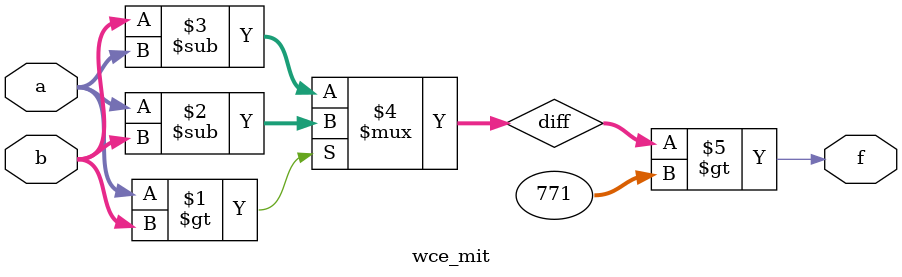
<source format=v>
module wce_mit(a, b, f);
parameter _bit = 18;
parameter wce = 771;
input [_bit - 1: 0] a;
input [_bit - 1: 0] b;
output f;
wire [_bit - 1: 0] diff;
assign diff = (a > b)? (a - b): (b - a);
assign f = (diff > wce);
endmodule

</source>
